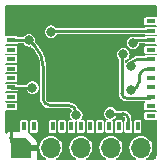
<source format=gbr>
%TF.GenerationSoftware,KiCad,Pcbnew,(6.0.5-0)*%
%TF.CreationDate,2022-06-27T15:27:31+01:00*%
%TF.ProjectId,Generic0,47656e65-7269-4633-902e-6b696361645f,1*%
%TF.SameCoordinates,Original*%
%TF.FileFunction,Copper,L1,Top*%
%TF.FilePolarity,Positive*%
%FSLAX46Y46*%
G04 Gerber Fmt 4.6, Leading zero omitted, Abs format (unit mm)*
G04 Created by KiCad (PCBNEW (6.0.5-0)) date 2022-06-27 15:27:31*
%MOMM*%
%LPD*%
G01*
G04 APERTURE LIST*
G04 Aperture macros list*
%AMOutline5P*
0 Free polygon, 5 corners , with rotation*
0 The origin of the aperture is its center*
0 number of corners: always 5*
0 $1 to $10 corner X, Y*
0 $11 Rotation angle, in degrees counterclockwise*
0 create outline with 5 corners*
4,1,5,$1,$2,$3,$4,$5,$6,$7,$8,$9,$10,$1,$2,$11*%
%AMOutline6P*
0 Free polygon, 6 corners , with rotation*
0 The origin of the aperture is its center*
0 number of corners: always 6*
0 $1 to $12 corner X, Y*
0 $13 Rotation angle, in degrees counterclockwise*
0 create outline with 6 corners*
4,1,6,$1,$2,$3,$4,$5,$6,$7,$8,$9,$10,$11,$12,$1,$2,$13*%
%AMOutline7P*
0 Free polygon, 7 corners , with rotation*
0 The origin of the aperture is its center*
0 number of corners: always 7*
0 $1 to $14 corner X, Y*
0 $15 Rotation angle, in degrees counterclockwise*
0 create outline with 7 corners*
4,1,7,$1,$2,$3,$4,$5,$6,$7,$8,$9,$10,$11,$12,$13,$14,$1,$2,$15*%
%AMOutline8P*
0 Free polygon, 8 corners , with rotation*
0 The origin of the aperture is its center*
0 number of corners: always 8*
0 $1 to $16 corner X, Y*
0 $17 Rotation angle, in degrees counterclockwise*
0 create outline with 8 corners*
4,1,8,$1,$2,$3,$4,$5,$6,$7,$8,$9,$10,$11,$12,$13,$14,$15,$16,$1,$2,$17*%
G04 Aperture macros list end*
%TA.AperFunction,SMDPad,CuDef*%
%ADD10R,0.800000X0.400000*%
%TD*%
%TA.AperFunction,SMDPad,CuDef*%
%ADD11R,0.400000X0.800000*%
%TD*%
%TA.AperFunction,SMDPad,CuDef*%
%ADD12R,1.450000X1.450000*%
%TD*%
%TA.AperFunction,SMDPad,CuDef*%
%ADD13Outline5P,-0.725000X0.130500X-0.130500X0.725000X0.725000X0.725000X0.725000X-0.725000X-0.725000X-0.725000X0.000000*%
%TD*%
%TA.AperFunction,SMDPad,CuDef*%
%ADD14R,0.700000X0.700000*%
%TD*%
%TA.AperFunction,ComponentPad*%
%ADD15Outline5P,-0.850000X0.850000X0.850000X0.850000X0.850000X-0.850000X-0.340000X-0.850000X-0.850000X-0.340000X180.000000*%
%TD*%
%TA.AperFunction,ComponentPad*%
%ADD16O,1.700000X1.700000*%
%TD*%
%TA.AperFunction,ViaPad*%
%ADD17C,0.800000*%
%TD*%
%TA.AperFunction,Conductor*%
%ADD18C,0.250000*%
%TD*%
G04 APERTURE END LIST*
D10*
%TO.P,U1,1,GND*%
%TO.N,GND*%
X94100000Y-40193250D03*
%TO.P,U1,2,GND*%
X94100000Y-40993250D03*
%TO.P,U1,3,3V3*%
%TO.N,+3V3*%
X94100000Y-41793250D03*
%TO.P,U1,4,I36*%
%TO.N,unconnected-(U1-Pad4)*%
X94100000Y-42593250D03*
%TO.P,U1,5,I37*%
%TO.N,unconnected-(U1-Pad5)*%
X94100000Y-43393250D03*
%TO.P,U1,6,I38*%
%TO.N,unconnected-(U1-Pad6)*%
X94100000Y-44193250D03*
%TO.P,U1,7,I39*%
%TO.N,unconnected-(U1-Pad7)*%
X94100000Y-44993250D03*
%TO.P,U1,8,EN*%
%TO.N,EN*%
X94100000Y-45793250D03*
%TO.P,U1,9,I34*%
%TO.N,unconnected-(U1-Pad9)*%
X94100000Y-46593250D03*
%TO.P,U1,10,I35*%
%TO.N,unconnected-(U1-Pad10)*%
X94100000Y-47393250D03*
%TO.P,U1,11,GND*%
%TO.N,GND*%
X94100000Y-48193250D03*
D11*
%TO.P,U1,12,IO32*%
%TO.N,unconnected-(U1-Pad12)*%
X95200000Y-49093250D03*
%TO.P,U1,13,IO33*%
%TO.N,unconnected-(U1-Pad13)*%
X96000000Y-49093250D03*
%TO.P,U1,14,GND*%
%TO.N,GND*%
X96800000Y-49093250D03*
%TO.P,U1,15,IO25*%
%TO.N,unconnected-(U1-Pad15)*%
X97600000Y-49093250D03*
%TO.P,U1,16,IO26*%
%TO.N,unconnected-(U1-Pad16)*%
X98400000Y-49093250D03*
%TO.P,U1,17,IO27*%
%TO.N,unconnected-(U1-Pad17)*%
X99200000Y-49093250D03*
%TO.P,U1,18,IO14*%
%TO.N,unconnected-(U1-Pad18)*%
X100000000Y-49093250D03*
%TO.P,U1,19,IO12*%
%TO.N,unconnected-(U1-Pad19)*%
X100800000Y-49093250D03*
%TO.P,U1,20,IO13*%
%TO.N,unconnected-(U1-Pad20)*%
X101600000Y-49093250D03*
%TO.P,U1,21,IO15*%
%TO.N,unconnected-(U1-Pad21)*%
X102400000Y-49093250D03*
%TO.P,U1,22,IO2*%
%TO.N,unconnected-(U1-Pad22)*%
X103200000Y-49093250D03*
%TO.P,U1,23,IO0*%
%TO.N,GPIO0*%
X104000000Y-49093250D03*
%TO.P,U1,24,IO4*%
%TO.N,unconnected-(U1-Pad24)*%
X104800000Y-49093250D03*
D10*
%TO.P,U1,25,NC*%
%TO.N,unconnected-(U1-Pad25)*%
X105900000Y-48193250D03*
%TO.P,U1,26,IO20*%
%TO.N,unconnected-(U1-Pad26)*%
X105900000Y-47393250D03*
%TO.P,U1,27,IO7*%
%TO.N,B*%
X105900000Y-46593250D03*
%TO.P,U1,28,IO8*%
%TO.N,unconnected-(U1-Pad28)*%
X105900000Y-45793250D03*
%TO.P,U1,29,IO5*%
%TO.N,unconnected-(U1-Pad29)*%
X105900000Y-44993250D03*
%TO.P,U1,30,RXD0*%
%TO.N,RX*%
X105900000Y-44193250D03*
%TO.P,U1,31,TXD0*%
%TO.N,TX*%
X105900000Y-43393250D03*
%TO.P,U1,32,NC*%
%TO.N,unconnected-(U1-Pad32)*%
X105900000Y-42593250D03*
%TO.P,U1,33,IO19*%
%TO.N,G*%
X105900000Y-41793250D03*
%TO.P,U1,34,IO22*%
%TO.N,R*%
X105900000Y-40993250D03*
%TO.P,U1,35,IO21*%
%TO.N,unconnected-(U1-Pad35)*%
X105900000Y-40193250D03*
D11*
%TO.P,U1,36,GND*%
%TO.N,GND*%
X104800000Y-39293250D03*
%TO.P,U1,37,GND*%
X104000000Y-39293250D03*
%TO.P,U1,38,GND*%
X103200000Y-39293250D03*
%TO.P,U1,39,GND*%
X102400000Y-39293250D03*
%TO.P,U1,40,GND*%
X101600000Y-39293250D03*
%TO.P,U1,41,GND*%
X100800000Y-39293250D03*
%TO.P,U1,42,GND*%
X100000000Y-39293250D03*
%TO.P,U1,43,GND*%
X99200000Y-39293250D03*
%TO.P,U1,44,GND*%
X98400000Y-39293250D03*
%TO.P,U1,45,GND*%
X97600000Y-39293250D03*
%TO.P,U1,46,GND*%
X96800000Y-39293250D03*
%TO.P,U1,47,GND*%
X96000000Y-39293250D03*
%TO.P,U1,48,GND*%
X95200000Y-39293250D03*
D12*
%TO.P,U1,49,GND*%
X101975000Y-42218250D03*
X100000000Y-44193250D03*
X100000000Y-46168250D03*
D13*
X98025000Y-42218250D03*
D12*
X101975000Y-44193250D03*
X101975000Y-46168250D03*
X98025000Y-46168250D03*
X98025000Y-44193250D03*
X100000000Y-42218250D03*
D14*
%TO.P,U1,50,GND*%
X105950000Y-39243250D03*
%TO.P,U1,51,GND*%
X105950000Y-49143250D03*
%TO.P,U1,52,GND*%
X94050000Y-49143250D03*
%TO.P,U1,53,GND*%
X94050000Y-39243250D03*
%TD*%
D15*
%TO.P,J1,1,GND*%
%TO.N,GND*%
X94920000Y-50900000D03*
D16*
%TO.P,J1,2,0*%
%TO.N,GPIO0*%
X97460000Y-50900000D03*
%TO.P,J1,3,3V3*%
%TO.N,+3V3*%
X100000000Y-50900000D03*
%TO.P,J1,4,Rx*%
%TO.N,RX*%
X102540000Y-50900000D03*
%TO.P,J1,5,Tx*%
%TO.N,TX*%
X105080000Y-50900000D03*
%TD*%
D17*
%TO.N,GND*%
X95400000Y-47400000D03*
X94800000Y-40000000D03*
X95600000Y-43200000D03*
%TO.N,TX*%
X104250000Y-44000000D03*
%TO.N,RX*%
X104200000Y-46000000D03*
%TO.N,EN*%
X95900000Y-45800000D03*
%TO.N,GPIO0*%
X102500000Y-48000000D03*
%TO.N,R*%
X97469964Y-41069964D03*
%TO.N,G*%
X104402456Y-42024020D03*
%TO.N,B*%
X103600000Y-43000000D03*
%TO.N,+3V3*%
X95600000Y-41800000D03*
X99620136Y-48121366D03*
%TD*%
D18*
%TO.N,GND*%
X105250489Y-48500489D02*
X104426777Y-47676777D01*
X102816548Y-47009798D02*
X101975000Y-46168250D01*
X94050000Y-49143250D02*
X94050000Y-50030000D01*
X105250489Y-48500489D02*
X105250489Y-48950489D01*
X105525000Y-49225000D02*
X105868250Y-49225000D01*
X104000000Y-47500014D02*
G75*
G02*
X104426777Y-47676777I0J-603586D01*
G01*
X94920000Y-50900000D02*
G75*
G02*
X94050000Y-50030000I0J870000D01*
G01*
X102816559Y-47009787D02*
G75*
G03*
X104000000Y-47500000I1183441J1183387D01*
G01*
X105950000Y-49143250D02*
G75*
G02*
X105868250Y-49225000I-81700J-50D01*
G01*
X105525000Y-49225011D02*
G75*
G02*
X105250489Y-48950489I0J274511D01*
G01*
%TO.N,TX*%
X105900000Y-43393250D02*
X104856750Y-43393250D01*
X104250050Y-44000000D02*
G75*
G02*
X104856750Y-43393250I606750J0D01*
G01*
%TO.N,RX*%
X104200000Y-46000000D02*
X104224600Y-46000000D01*
X104924501Y-45024501D02*
X104924501Y-45300099D01*
X105900000Y-44193250D02*
X105755752Y-44193250D01*
X104924500Y-45300099D02*
G75*
G02*
X104224600Y-46000000I-699900J-1D01*
G01*
X104924550Y-45024501D02*
G75*
G02*
X105755752Y-44193250I831250J1D01*
G01*
%TO.N,EN*%
X95900000Y-45800000D02*
X94106750Y-45800000D01*
X94100000Y-45793250D02*
G75*
G03*
X94106750Y-45800000I6700J-50D01*
G01*
%TO.N,GPIO0*%
X104000000Y-48443250D02*
X104000000Y-49093250D01*
X103556750Y-48000000D02*
X102500000Y-48000000D01*
X104000000Y-48443250D02*
G75*
G03*
X103556750Y-48000000I-443300J-50D01*
G01*
%TO.N,R*%
X97469964Y-41069964D02*
X97546678Y-40993250D01*
X97546678Y-40993250D02*
X105900000Y-40993250D01*
%TO.N,G*%
X105900000Y-41793250D02*
X104633226Y-41793250D01*
X104633226Y-41793250D02*
X104402456Y-42024020D01*
%TO.N,B*%
X103463200Y-43136800D02*
X103600000Y-43000000D01*
X105900000Y-46593250D02*
X105768749Y-46724501D01*
X105768749Y-46724501D02*
X103899901Y-46724501D01*
X103463200Y-46287800D02*
X103463200Y-43136800D01*
X103463199Y-46287800D02*
G75*
G03*
X103899901Y-46724501I436701J0D01*
G01*
%TO.N,+3V3*%
X96800000Y-44000000D02*
X96800000Y-46750000D01*
X95600000Y-41800000D02*
X94106750Y-41800000D01*
X99620136Y-48121366D02*
X99620136Y-47970136D01*
X98950000Y-47300000D02*
X97350000Y-47300000D01*
X96092893Y-42292893D02*
X95600000Y-41800000D01*
X94106750Y-41800000D02*
X94100000Y-41793250D01*
X98950000Y-47299964D02*
G75*
G02*
X99620136Y-47970136I0J-670136D01*
G01*
X96800000Y-46750000D02*
G75*
G03*
X97350000Y-47300000I550000J0D01*
G01*
X96092890Y-42292896D02*
G75*
G02*
X96800000Y-44000000I-1707090J-1707104D01*
G01*
%TD*%
%TA.AperFunction,Conductor*%
%TO.N,GND*%
G36*
X106381487Y-38818513D02*
G01*
X106399500Y-38862000D01*
X106399500Y-39810145D01*
X106381487Y-39853632D01*
X106338000Y-39871645D01*
X106326003Y-39870463D01*
X106312363Y-39867750D01*
X106309338Y-39867750D01*
X105899591Y-39867751D01*
X105487638Y-39867751D01*
X105451032Y-39875031D01*
X105409519Y-39902769D01*
X105381781Y-39944282D01*
X105374500Y-39980887D01*
X105374501Y-40405612D01*
X105381781Y-40442218D01*
X105409519Y-40483731D01*
X105451032Y-40511469D01*
X105487637Y-40518750D01*
X105490662Y-40518750D01*
X105900409Y-40518749D01*
X106312362Y-40518749D01*
X106326004Y-40516036D01*
X106372170Y-40525221D01*
X106398319Y-40564359D01*
X106399500Y-40576355D01*
X106399500Y-40610145D01*
X106381487Y-40653632D01*
X106338000Y-40671645D01*
X106326003Y-40670463D01*
X106312363Y-40667750D01*
X106309338Y-40667750D01*
X105899591Y-40667751D01*
X105487638Y-40667751D01*
X105451032Y-40675031D01*
X105409519Y-40702769D01*
X105406154Y-40707805D01*
X105401068Y-40715417D01*
X105361930Y-40741568D01*
X105349932Y-40742750D01*
X97911590Y-40742750D01*
X97868103Y-40724737D01*
X97862803Y-40718694D01*
X97844755Y-40695173D01*
X97734982Y-40610940D01*
X97731262Y-40609399D01*
X97731260Y-40609398D01*
X97610872Y-40559533D01*
X97610873Y-40559533D01*
X97607147Y-40557990D01*
X97469964Y-40539929D01*
X97332781Y-40557990D01*
X97329056Y-40559533D01*
X97208669Y-40609398D01*
X97208667Y-40609399D01*
X97204947Y-40610940D01*
X97201749Y-40613394D01*
X97122962Y-40673850D01*
X97095173Y-40695173D01*
X97010940Y-40804947D01*
X96957990Y-40932781D01*
X96939929Y-41069964D01*
X96957990Y-41207147D01*
X96959533Y-41210872D01*
X97004217Y-41318749D01*
X97010940Y-41334981D01*
X97095173Y-41444755D01*
X97204946Y-41528988D01*
X97208666Y-41530529D01*
X97208668Y-41530530D01*
X97253197Y-41548974D01*
X97332781Y-41581938D01*
X97469964Y-41599999D01*
X97607147Y-41581938D01*
X97686731Y-41548974D01*
X97731260Y-41530530D01*
X97731262Y-41530529D01*
X97734982Y-41528988D01*
X97844755Y-41444755D01*
X97928988Y-41334981D01*
X97935712Y-41318749D01*
X97951051Y-41281715D01*
X97984335Y-41248432D01*
X98007870Y-41243750D01*
X105349932Y-41243750D01*
X105393419Y-41261763D01*
X105401068Y-41271083D01*
X105409519Y-41283731D01*
X105451032Y-41311469D01*
X105487637Y-41318750D01*
X105490662Y-41318750D01*
X105900409Y-41318749D01*
X106312362Y-41318749D01*
X106326004Y-41316036D01*
X106372170Y-41325221D01*
X106398319Y-41364359D01*
X106399500Y-41376355D01*
X106399500Y-41410145D01*
X106381487Y-41453632D01*
X106338000Y-41471645D01*
X106326003Y-41470463D01*
X106312363Y-41467750D01*
X106309338Y-41467750D01*
X105899591Y-41467751D01*
X105487638Y-41467751D01*
X105451032Y-41475031D01*
X105409519Y-41502769D01*
X105406154Y-41507805D01*
X105401068Y-41515417D01*
X105361930Y-41541568D01*
X105349932Y-41542750D01*
X104663956Y-41542750D01*
X104651958Y-41541568D01*
X104639168Y-41539024D01*
X104633226Y-41537842D01*
X104627283Y-41539024D01*
X104621228Y-41539024D01*
X104621228Y-41537507D01*
X104594842Y-41534911D01*
X104539639Y-41512046D01*
X104535648Y-41511521D01*
X104535646Y-41511520D01*
X104406451Y-41494511D01*
X104402456Y-41493985D01*
X104265273Y-41512046D01*
X104240838Y-41522167D01*
X104141161Y-41563454D01*
X104141159Y-41563455D01*
X104137439Y-41564996D01*
X104027665Y-41649229D01*
X104025211Y-41652427D01*
X104014171Y-41666814D01*
X103943432Y-41759003D01*
X103941891Y-41762723D01*
X103941890Y-41762725D01*
X103924796Y-41803995D01*
X103890482Y-41886837D01*
X103872421Y-42024020D01*
X103890482Y-42161203D01*
X103892024Y-42164926D01*
X103892025Y-42164928D01*
X103937631Y-42275031D01*
X103943432Y-42289037D01*
X103945886Y-42292235D01*
X104016233Y-42383912D01*
X104027665Y-42398811D01*
X104137438Y-42483044D01*
X104141158Y-42484585D01*
X104141160Y-42484586D01*
X104237033Y-42524297D01*
X104265273Y-42535994D01*
X104402456Y-42554055D01*
X104539639Y-42535994D01*
X104567879Y-42524297D01*
X104663752Y-42484586D01*
X104663754Y-42484585D01*
X104667474Y-42483044D01*
X104777247Y-42398811D01*
X104788680Y-42383912D01*
X104859026Y-42292235D01*
X104861480Y-42289037D01*
X104867282Y-42275031D01*
X104912888Y-42164926D01*
X104912888Y-42164925D01*
X104914430Y-42161203D01*
X104922853Y-42097223D01*
X104946388Y-42056459D01*
X104983827Y-42043750D01*
X105349932Y-42043750D01*
X105393419Y-42061763D01*
X105401068Y-42071083D01*
X105409519Y-42083731D01*
X105451032Y-42111469D01*
X105487637Y-42118750D01*
X105490662Y-42118750D01*
X105900409Y-42118749D01*
X106312362Y-42118749D01*
X106326004Y-42116036D01*
X106372170Y-42125221D01*
X106398319Y-42164359D01*
X106399500Y-42176355D01*
X106399500Y-42210145D01*
X106381487Y-42253632D01*
X106338000Y-42271645D01*
X106326003Y-42270463D01*
X106312363Y-42267750D01*
X106309338Y-42267750D01*
X105899591Y-42267751D01*
X105487638Y-42267751D01*
X105451032Y-42275031D01*
X105409519Y-42302769D01*
X105406152Y-42307808D01*
X105391301Y-42330035D01*
X105381781Y-42344282D01*
X105374500Y-42380887D01*
X105374501Y-42805612D01*
X105381781Y-42842218D01*
X105385147Y-42847255D01*
X105385147Y-42847256D01*
X105388223Y-42851859D01*
X105409519Y-42883731D01*
X105451032Y-42911469D01*
X105487637Y-42918750D01*
X105490662Y-42918750D01*
X105900409Y-42918749D01*
X106312362Y-42918749D01*
X106326004Y-42916036D01*
X106372170Y-42925221D01*
X106398319Y-42964359D01*
X106399500Y-42976355D01*
X106399500Y-43010145D01*
X106381487Y-43053632D01*
X106338000Y-43071645D01*
X106326003Y-43070463D01*
X106312363Y-43067750D01*
X106309338Y-43067750D01*
X105899591Y-43067751D01*
X105487638Y-43067751D01*
X105451032Y-43075031D01*
X105409519Y-43102769D01*
X105406154Y-43107805D01*
X105401068Y-43115417D01*
X105361930Y-43141568D01*
X105349932Y-43142750D01*
X104887466Y-43142750D01*
X104875475Y-43141569D01*
X104856729Y-43137842D01*
X104850785Y-43139025D01*
X104850332Y-43139025D01*
X104846158Y-43139644D01*
X104688689Y-43155166D01*
X104527108Y-43204192D01*
X104524450Y-43205613D01*
X104524445Y-43205615D01*
X104420290Y-43261295D01*
X104378196Y-43283798D01*
X104375858Y-43285717D01*
X104271229Y-43371593D01*
X104247675Y-43390925D01*
X104190094Y-43461093D01*
X104150580Y-43483054D01*
X104136460Y-43484913D01*
X104112817Y-43488026D01*
X104109092Y-43489569D01*
X103988705Y-43539434D01*
X103988703Y-43539435D01*
X103984983Y-43540976D01*
X103875209Y-43625209D01*
X103872755Y-43628407D01*
X103823991Y-43691957D01*
X103783227Y-43715492D01*
X103737761Y-43703309D01*
X103714226Y-43662545D01*
X103713700Y-43654518D01*
X103713700Y-43562794D01*
X103731713Y-43519307D01*
X103751666Y-43505975D01*
X103861293Y-43460567D01*
X103861294Y-43460567D01*
X103865018Y-43459024D01*
X103933975Y-43406111D01*
X103971593Y-43377245D01*
X103974791Y-43374791D01*
X104059024Y-43265017D01*
X104092621Y-43183907D01*
X104106573Y-43150222D01*
X104111974Y-43137183D01*
X104130035Y-43000000D01*
X104111974Y-42862817D01*
X104059024Y-42734983D01*
X103974791Y-42625209D01*
X103865018Y-42540976D01*
X103861298Y-42539435D01*
X103861296Y-42539434D01*
X103740908Y-42489569D01*
X103740909Y-42489569D01*
X103737183Y-42488026D01*
X103600000Y-42469965D01*
X103462817Y-42488026D01*
X103459092Y-42489569D01*
X103338705Y-42539434D01*
X103338703Y-42539435D01*
X103334983Y-42540976D01*
X103225209Y-42625209D01*
X103140976Y-42734983D01*
X103088026Y-42862817D01*
X103069965Y-43000000D01*
X103088026Y-43137183D01*
X103093427Y-43150222D01*
X103107380Y-43183907D01*
X103140976Y-43265017D01*
X103143430Y-43268215D01*
X103199991Y-43341926D01*
X103212700Y-43379365D01*
X103212700Y-46257070D01*
X103211518Y-46269068D01*
X103207792Y-46287800D01*
X103208973Y-46293738D01*
X103208973Y-46293741D01*
X103210336Y-46300594D01*
X103211221Y-46306561D01*
X103222346Y-46419515D01*
X103222347Y-46419520D01*
X103222642Y-46422515D01*
X103261937Y-46552053D01*
X103325749Y-46671436D01*
X103411625Y-46776076D01*
X103413962Y-46777994D01*
X103451234Y-46808582D01*
X103516265Y-46861952D01*
X103635648Y-46925763D01*
X103765186Y-46965058D01*
X103768181Y-46965353D01*
X103768186Y-46965354D01*
X103881131Y-46976478D01*
X103887098Y-46977363D01*
X103893961Y-46978728D01*
X103893964Y-46978728D01*
X103899902Y-46979909D01*
X103918633Y-46976183D01*
X103930632Y-46975001D01*
X105398000Y-46975001D01*
X105441487Y-46993014D01*
X105459500Y-47036501D01*
X105441487Y-47079988D01*
X105432171Y-47087633D01*
X105409519Y-47102769D01*
X105381781Y-47144282D01*
X105374500Y-47180887D01*
X105374501Y-47605612D01*
X105381781Y-47642218D01*
X105409519Y-47683731D01*
X105414558Y-47687098D01*
X105438597Y-47703160D01*
X105451032Y-47711469D01*
X105487637Y-47718750D01*
X105490662Y-47718750D01*
X105900409Y-47718749D01*
X106312362Y-47718749D01*
X106326004Y-47716036D01*
X106372170Y-47725221D01*
X106398319Y-47764359D01*
X106399500Y-47776355D01*
X106399500Y-47810145D01*
X106381487Y-47853632D01*
X106338000Y-47871645D01*
X106326003Y-47870463D01*
X106312363Y-47867750D01*
X106309338Y-47867750D01*
X105899591Y-47867751D01*
X105487638Y-47867751D01*
X105451032Y-47875031D01*
X105409519Y-47902769D01*
X105381781Y-47944282D01*
X105374500Y-47980887D01*
X105374501Y-48405612D01*
X105381781Y-48442218D01*
X105385147Y-48447255D01*
X105385147Y-48447256D01*
X105403016Y-48473999D01*
X105409519Y-48483731D01*
X105451032Y-48511469D01*
X105487637Y-48518750D01*
X105490662Y-48518750D01*
X105900409Y-48518749D01*
X106312362Y-48518749D01*
X106326004Y-48516036D01*
X106372170Y-48525221D01*
X106398319Y-48564359D01*
X106399500Y-48576355D01*
X106399500Y-51570238D01*
X106397936Y-51584020D01*
X106394344Y-51599641D01*
X106395872Y-51606395D01*
X106395860Y-51613321D01*
X106395184Y-51613320D01*
X106395562Y-51624861D01*
X106386365Y-51682931D01*
X106380420Y-51701228D01*
X106351097Y-51758779D01*
X106346723Y-51767363D01*
X106335413Y-51782930D01*
X106282930Y-51835413D01*
X106267363Y-51846723D01*
X106201228Y-51880420D01*
X106182935Y-51886364D01*
X106125266Y-51895498D01*
X106114032Y-51895110D01*
X106114031Y-51895908D01*
X106107108Y-51895896D01*
X106100359Y-51894344D01*
X106093606Y-51895872D01*
X106093601Y-51895872D01*
X106084273Y-51897983D01*
X106070700Y-51899500D01*
X105523127Y-51899500D01*
X105479640Y-51881487D01*
X105461627Y-51838000D01*
X105479640Y-51794513D01*
X105495398Y-51783106D01*
X105605228Y-51727627D01*
X105639014Y-51701231D01*
X105753605Y-51611703D01*
X105753606Y-51611702D01*
X105755979Y-51609848D01*
X105764790Y-51599641D01*
X105879015Y-51467309D01*
X105879016Y-51467308D01*
X105880982Y-51465030D01*
X105975476Y-51298691D01*
X106005668Y-51207929D01*
X106034911Y-51120023D01*
X106034912Y-51120019D01*
X106035861Y-51117166D01*
X106059838Y-50927369D01*
X106060220Y-50900000D01*
X106041552Y-50709608D01*
X105986259Y-50526467D01*
X105896446Y-50357555D01*
X105885319Y-50343911D01*
X105777437Y-50211635D01*
X105775535Y-50209303D01*
X105628132Y-50087361D01*
X105625488Y-50085932D01*
X105625486Y-50085930D01*
X105462495Y-49997800D01*
X105462490Y-49997798D01*
X105459851Y-49996371D01*
X105456985Y-49995484D01*
X105456983Y-49995483D01*
X105405550Y-49979562D01*
X105277101Y-49939801D01*
X105251803Y-49937142D01*
X105089830Y-49920118D01*
X105089831Y-49920118D01*
X105086843Y-49919804D01*
X105083854Y-49920076D01*
X105083853Y-49920076D01*
X104899322Y-49936869D01*
X104899319Y-49936869D01*
X104896325Y-49937142D01*
X104712803Y-49991156D01*
X104710133Y-49992552D01*
X104545935Y-50078392D01*
X104545930Y-50078396D01*
X104543268Y-50079787D01*
X104540924Y-50081672D01*
X104540922Y-50081673D01*
X104533848Y-50087361D01*
X104394176Y-50199660D01*
X104392246Y-50201960D01*
X104384128Y-50211635D01*
X104271207Y-50346208D01*
X104269762Y-50348837D01*
X104269761Y-50348838D01*
X104252291Y-50380617D01*
X104179045Y-50513850D01*
X104178137Y-50516713D01*
X104131411Y-50664013D01*
X104121200Y-50696201D01*
X104099876Y-50886314D01*
X104115884Y-51076948D01*
X104116711Y-51079833D01*
X104116712Y-51079837D01*
X104127416Y-51117166D01*
X104168614Y-51260843D01*
X104256060Y-51430993D01*
X104374889Y-51580918D01*
X104520575Y-51704907D01*
X104523201Y-51706375D01*
X104523203Y-51706376D01*
X104662659Y-51784315D01*
X104691832Y-51821255D01*
X104686341Y-51868003D01*
X104649401Y-51897176D01*
X104632656Y-51899500D01*
X102983127Y-51899500D01*
X102939640Y-51881487D01*
X102921627Y-51838000D01*
X102939640Y-51794513D01*
X102955398Y-51783106D01*
X103065228Y-51727627D01*
X103099014Y-51701231D01*
X103213605Y-51611703D01*
X103213606Y-51611702D01*
X103215979Y-51609848D01*
X103224790Y-51599641D01*
X103339015Y-51467309D01*
X103339016Y-51467308D01*
X103340982Y-51465030D01*
X103435476Y-51298691D01*
X103465668Y-51207929D01*
X103494911Y-51120023D01*
X103494912Y-51120019D01*
X103495861Y-51117166D01*
X103519838Y-50927369D01*
X103520220Y-50900000D01*
X103501552Y-50709608D01*
X103446259Y-50526467D01*
X103356446Y-50357555D01*
X103345319Y-50343911D01*
X103237437Y-50211635D01*
X103235535Y-50209303D01*
X103088132Y-50087361D01*
X103085488Y-50085932D01*
X103085486Y-50085930D01*
X102922495Y-49997800D01*
X102922490Y-49997798D01*
X102919851Y-49996371D01*
X102916985Y-49995484D01*
X102916983Y-49995483D01*
X102865550Y-49979562D01*
X102737101Y-49939801D01*
X102711803Y-49937142D01*
X102549830Y-49920118D01*
X102549831Y-49920118D01*
X102546843Y-49919804D01*
X102543854Y-49920076D01*
X102543853Y-49920076D01*
X102359322Y-49936869D01*
X102359319Y-49936869D01*
X102356325Y-49937142D01*
X102172803Y-49991156D01*
X102170133Y-49992552D01*
X102005935Y-50078392D01*
X102005930Y-50078396D01*
X102003268Y-50079787D01*
X102000924Y-50081672D01*
X102000922Y-50081673D01*
X101993848Y-50087361D01*
X101854176Y-50199660D01*
X101852246Y-50201960D01*
X101844128Y-50211635D01*
X101731207Y-50346208D01*
X101729762Y-50348837D01*
X101729761Y-50348838D01*
X101712291Y-50380617D01*
X101639045Y-50513850D01*
X101638137Y-50516713D01*
X101591411Y-50664013D01*
X101581200Y-50696201D01*
X101559876Y-50886314D01*
X101575884Y-51076948D01*
X101576711Y-51079833D01*
X101576712Y-51079837D01*
X101587416Y-51117166D01*
X101628614Y-51260843D01*
X101716060Y-51430993D01*
X101834889Y-51580918D01*
X101980575Y-51704907D01*
X101983201Y-51706375D01*
X101983203Y-51706376D01*
X102122659Y-51784315D01*
X102151832Y-51821255D01*
X102146341Y-51868003D01*
X102109401Y-51897176D01*
X102092656Y-51899500D01*
X100443127Y-51899500D01*
X100399640Y-51881487D01*
X100381627Y-51838000D01*
X100399640Y-51794513D01*
X100415398Y-51783106D01*
X100525228Y-51727627D01*
X100559014Y-51701231D01*
X100673605Y-51611703D01*
X100673606Y-51611702D01*
X100675979Y-51609848D01*
X100684790Y-51599641D01*
X100799015Y-51467309D01*
X100799016Y-51467308D01*
X100800982Y-51465030D01*
X100895476Y-51298691D01*
X100925668Y-51207929D01*
X100954911Y-51120023D01*
X100954912Y-51120019D01*
X100955861Y-51117166D01*
X100979838Y-50927369D01*
X100980220Y-50900000D01*
X100961552Y-50709608D01*
X100906259Y-50526467D01*
X100816446Y-50357555D01*
X100805319Y-50343911D01*
X100697437Y-50211635D01*
X100695535Y-50209303D01*
X100548132Y-50087361D01*
X100545488Y-50085932D01*
X100545486Y-50085930D01*
X100382495Y-49997800D01*
X100382490Y-49997798D01*
X100379851Y-49996371D01*
X100376985Y-49995484D01*
X100376983Y-49995483D01*
X100325550Y-49979562D01*
X100197101Y-49939801D01*
X100171803Y-49937142D01*
X100009830Y-49920118D01*
X100009831Y-49920118D01*
X100006843Y-49919804D01*
X100003854Y-49920076D01*
X100003853Y-49920076D01*
X99819322Y-49936869D01*
X99819319Y-49936869D01*
X99816325Y-49937142D01*
X99632803Y-49991156D01*
X99630133Y-49992552D01*
X99465935Y-50078392D01*
X99465930Y-50078396D01*
X99463268Y-50079787D01*
X99460924Y-50081672D01*
X99460922Y-50081673D01*
X99453848Y-50087361D01*
X99314176Y-50199660D01*
X99312246Y-50201960D01*
X99304128Y-50211635D01*
X99191207Y-50346208D01*
X99189762Y-50348837D01*
X99189761Y-50348838D01*
X99172291Y-50380617D01*
X99099045Y-50513850D01*
X99098137Y-50516713D01*
X99051411Y-50664013D01*
X99041200Y-50696201D01*
X99019876Y-50886314D01*
X99035884Y-51076948D01*
X99036711Y-51079833D01*
X99036712Y-51079837D01*
X99047416Y-51117166D01*
X99088614Y-51260843D01*
X99176060Y-51430993D01*
X99294889Y-51580918D01*
X99440575Y-51704907D01*
X99443201Y-51706375D01*
X99443203Y-51706376D01*
X99582659Y-51784315D01*
X99611832Y-51821255D01*
X99606341Y-51868003D01*
X99569401Y-51897176D01*
X99552656Y-51899500D01*
X97903127Y-51899500D01*
X97859640Y-51881487D01*
X97841627Y-51838000D01*
X97859640Y-51794513D01*
X97875398Y-51783106D01*
X97985228Y-51727627D01*
X98019014Y-51701231D01*
X98133605Y-51611703D01*
X98133606Y-51611702D01*
X98135979Y-51609848D01*
X98144790Y-51599641D01*
X98259015Y-51467309D01*
X98259016Y-51467308D01*
X98260982Y-51465030D01*
X98355476Y-51298691D01*
X98385668Y-51207929D01*
X98414911Y-51120023D01*
X98414912Y-51120019D01*
X98415861Y-51117166D01*
X98439838Y-50927369D01*
X98440220Y-50900000D01*
X98421552Y-50709608D01*
X98366259Y-50526467D01*
X98276446Y-50357555D01*
X98265319Y-50343911D01*
X98157437Y-50211635D01*
X98155535Y-50209303D01*
X98008132Y-50087361D01*
X98005488Y-50085932D01*
X98005486Y-50085930D01*
X97842495Y-49997800D01*
X97842490Y-49997798D01*
X97839851Y-49996371D01*
X97836985Y-49995484D01*
X97836983Y-49995483D01*
X97785550Y-49979562D01*
X97657101Y-49939801D01*
X97631803Y-49937142D01*
X97469830Y-49920118D01*
X97469831Y-49920118D01*
X97466843Y-49919804D01*
X97463854Y-49920076D01*
X97463853Y-49920076D01*
X97279322Y-49936869D01*
X97279319Y-49936869D01*
X97276325Y-49937142D01*
X97092803Y-49991156D01*
X97090133Y-49992552D01*
X96925935Y-50078392D01*
X96925930Y-50078396D01*
X96923268Y-50079787D01*
X96920924Y-50081672D01*
X96920922Y-50081673D01*
X96913848Y-50087361D01*
X96774176Y-50199660D01*
X96772246Y-50201960D01*
X96764128Y-50211635D01*
X96651207Y-50346208D01*
X96649762Y-50348837D01*
X96649761Y-50348838D01*
X96632291Y-50380617D01*
X96559045Y-50513850D01*
X96558137Y-50516713D01*
X96511411Y-50664013D01*
X96501200Y-50696201D01*
X96479876Y-50886314D01*
X96495884Y-51076948D01*
X96496711Y-51079833D01*
X96496712Y-51079837D01*
X96507416Y-51117166D01*
X96548614Y-51260843D01*
X96636060Y-51430993D01*
X96754889Y-51580918D01*
X96900575Y-51704907D01*
X96903201Y-51706375D01*
X96903203Y-51706376D01*
X97042659Y-51784315D01*
X97071832Y-51821255D01*
X97066341Y-51868003D01*
X97029401Y-51897176D01*
X97012656Y-51899500D01*
X96335526Y-51899500D01*
X96292039Y-51881487D01*
X96274026Y-51838000D01*
X96274386Y-51831358D01*
X96277820Y-51799749D01*
X96278000Y-51796422D01*
X96277999Y-51166234D01*
X96274416Y-51157583D01*
X96265765Y-51154000D01*
X94727500Y-51154000D01*
X94684013Y-51135987D01*
X94666000Y-51092500D01*
X94666000Y-50707500D01*
X94684013Y-50664013D01*
X94727500Y-50646000D01*
X96265765Y-50646000D01*
X96274416Y-50642417D01*
X96277999Y-50633766D01*
X96277999Y-50520291D01*
X96277755Y-50516429D01*
X96267618Y-50436454D01*
X96265519Y-50428560D01*
X96212874Y-50301775D01*
X96208774Y-50294730D01*
X96159836Y-50231753D01*
X96157302Y-50228882D01*
X95591137Y-49662717D01*
X95588228Y-49660153D01*
X95534399Y-49618436D01*
X95511060Y-49577559D01*
X95515192Y-49546749D01*
X95518219Y-49542218D01*
X95525500Y-49505613D01*
X95525499Y-48680888D01*
X95525499Y-48680887D01*
X95674500Y-48680887D01*
X95674501Y-49505612D01*
X95681781Y-49542218D01*
X95685147Y-49547255D01*
X95685147Y-49547256D01*
X95705395Y-49577559D01*
X95709519Y-49583731D01*
X95751032Y-49611469D01*
X95787637Y-49618750D01*
X95790662Y-49618750D01*
X96000210Y-49618749D01*
X96212362Y-49618749D01*
X96248968Y-49611469D01*
X96290481Y-49583731D01*
X96294605Y-49577559D01*
X96314853Y-49547256D01*
X96314853Y-49547255D01*
X96318219Y-49542218D01*
X96325500Y-49505613D01*
X96325499Y-48680888D01*
X96325499Y-48680887D01*
X97274500Y-48680887D01*
X97274501Y-49505612D01*
X97281781Y-49542218D01*
X97285147Y-49547255D01*
X97285147Y-49547256D01*
X97305395Y-49577559D01*
X97309519Y-49583731D01*
X97351032Y-49611469D01*
X97387637Y-49618750D01*
X97390662Y-49618750D01*
X97600210Y-49618749D01*
X97812362Y-49618749D01*
X97848968Y-49611469D01*
X97890481Y-49583731D01*
X97894605Y-49577559D01*
X97914853Y-49547256D01*
X97914853Y-49547255D01*
X97918219Y-49542218D01*
X97925500Y-49505613D01*
X97925499Y-48680888D01*
X97925499Y-48680887D01*
X98074500Y-48680887D01*
X98074501Y-49505612D01*
X98081781Y-49542218D01*
X98085147Y-49547255D01*
X98085147Y-49547256D01*
X98105395Y-49577559D01*
X98109519Y-49583731D01*
X98151032Y-49611469D01*
X98187637Y-49618750D01*
X98190662Y-49618750D01*
X98400210Y-49618749D01*
X98612362Y-49618749D01*
X98648968Y-49611469D01*
X98690481Y-49583731D01*
X98694605Y-49577559D01*
X98714853Y-49547256D01*
X98714853Y-49547255D01*
X98718219Y-49542218D01*
X98725500Y-49505613D01*
X98725499Y-48680888D01*
X98718219Y-48644282D01*
X98690481Y-48602769D01*
X98648968Y-48575031D01*
X98612363Y-48567750D01*
X98609338Y-48567750D01*
X98399790Y-48567751D01*
X98187638Y-48567751D01*
X98151032Y-48575031D01*
X98109519Y-48602769D01*
X98081781Y-48644282D01*
X98074500Y-48680887D01*
X97925499Y-48680887D01*
X97918219Y-48644282D01*
X97890481Y-48602769D01*
X97848968Y-48575031D01*
X97812363Y-48567750D01*
X97809338Y-48567750D01*
X97599790Y-48567751D01*
X97387638Y-48567751D01*
X97351032Y-48575031D01*
X97309519Y-48602769D01*
X97281781Y-48644282D01*
X97274500Y-48680887D01*
X96325499Y-48680887D01*
X96318219Y-48644282D01*
X96290481Y-48602769D01*
X96248968Y-48575031D01*
X96212363Y-48567750D01*
X96209338Y-48567750D01*
X95999790Y-48567751D01*
X95787638Y-48567751D01*
X95751032Y-48575031D01*
X95709519Y-48602769D01*
X95681781Y-48644282D01*
X95674500Y-48680887D01*
X95525499Y-48680887D01*
X95518219Y-48644282D01*
X95490481Y-48602769D01*
X95448968Y-48575031D01*
X95412363Y-48567750D01*
X95409338Y-48567750D01*
X95199790Y-48567751D01*
X94987638Y-48567751D01*
X94951032Y-48575031D01*
X94909519Y-48602769D01*
X94881781Y-48644282D01*
X94874500Y-48680887D01*
X94874500Y-48683912D01*
X94874501Y-49480500D01*
X94856488Y-49523987D01*
X94813001Y-49542000D01*
X94023581Y-49542001D01*
X94020249Y-49542182D01*
X93963629Y-49548331D01*
X93956179Y-49550103D01*
X93827646Y-49598288D01*
X93820029Y-49602458D01*
X93710600Y-49684470D01*
X93705487Y-49689583D01*
X93662000Y-49707596D01*
X93618513Y-49689583D01*
X93600500Y-49646096D01*
X93600500Y-47776355D01*
X93618513Y-47732868D01*
X93662000Y-47714855D01*
X93673997Y-47716037D01*
X93687637Y-47718750D01*
X93690662Y-47718750D01*
X94100409Y-47718749D01*
X94512362Y-47718749D01*
X94548968Y-47711469D01*
X94561404Y-47703160D01*
X94585442Y-47687098D01*
X94590481Y-47683731D01*
X94618219Y-47642218D01*
X94625500Y-47605613D01*
X94625499Y-47180888D01*
X94618219Y-47144282D01*
X94590481Y-47102769D01*
X94548968Y-47075031D01*
X94512363Y-47067750D01*
X94509338Y-47067750D01*
X94099591Y-47067751D01*
X93687638Y-47067751D01*
X93673996Y-47070464D01*
X93627830Y-47061279D01*
X93601681Y-47022141D01*
X93600500Y-47010145D01*
X93600500Y-46976355D01*
X93618513Y-46932868D01*
X93662000Y-46914855D01*
X93673997Y-46916037D01*
X93687637Y-46918750D01*
X93690662Y-46918750D01*
X94100409Y-46918749D01*
X94512362Y-46918749D01*
X94548968Y-46911469D01*
X94590481Y-46883731D01*
X94618219Y-46842218D01*
X94625500Y-46805613D01*
X94625499Y-46380888D01*
X94618219Y-46344282D01*
X94608700Y-46330035D01*
X94593848Y-46307808D01*
X94590481Y-46302769D01*
X94548968Y-46275031D01*
X94512363Y-46267750D01*
X94509338Y-46267750D01*
X94099591Y-46267751D01*
X93687638Y-46267751D01*
X93673996Y-46270464D01*
X93627830Y-46261279D01*
X93601681Y-46222141D01*
X93600500Y-46210145D01*
X93600500Y-46176355D01*
X93618513Y-46132868D01*
X93662000Y-46114855D01*
X93673997Y-46116037D01*
X93687637Y-46118750D01*
X93690662Y-46118750D01*
X94100409Y-46118749D01*
X94512362Y-46118749D01*
X94548968Y-46111469D01*
X94590481Y-46083731D01*
X94593846Y-46078695D01*
X94593848Y-46078693D01*
X94594423Y-46077832D01*
X94595284Y-46077257D01*
X94598131Y-46074410D01*
X94598697Y-46074976D01*
X94633561Y-46051682D01*
X94645558Y-46050500D01*
X95399508Y-46050500D01*
X95442995Y-46068513D01*
X95448299Y-46074561D01*
X95481754Y-46118160D01*
X95525209Y-46174791D01*
X95634982Y-46259024D01*
X95638702Y-46260565D01*
X95638704Y-46260566D01*
X95718798Y-46293741D01*
X95762817Y-46311974D01*
X95900000Y-46330035D01*
X96037183Y-46311974D01*
X96081202Y-46293741D01*
X96161296Y-46260566D01*
X96161298Y-46260565D01*
X96165018Y-46259024D01*
X96274791Y-46174791D01*
X96359024Y-46065017D01*
X96364548Y-46051682D01*
X96410431Y-45940908D01*
X96411974Y-45937183D01*
X96427026Y-45822855D01*
X96439184Y-45801798D01*
X96427026Y-45777145D01*
X96412500Y-45666814D01*
X96411974Y-45662817D01*
X96362523Y-45543430D01*
X96360566Y-45538705D01*
X96360565Y-45538703D01*
X96359024Y-45534983D01*
X96274791Y-45425209D01*
X96255160Y-45410145D01*
X96168216Y-45343430D01*
X96165018Y-45340976D01*
X96161298Y-45339435D01*
X96161296Y-45339434D01*
X96040908Y-45289569D01*
X96040909Y-45289569D01*
X96037183Y-45288026D01*
X95900000Y-45269965D01*
X95762817Y-45288026D01*
X95759092Y-45289569D01*
X95638705Y-45339434D01*
X95638703Y-45339435D01*
X95634983Y-45340976D01*
X95525209Y-45425209D01*
X95522755Y-45428407D01*
X95448299Y-45525439D01*
X95407535Y-45548974D01*
X95399508Y-45549500D01*
X94654577Y-45549500D01*
X94611090Y-45531487D01*
X94603448Y-45522175D01*
X94590481Y-45502769D01*
X94570726Y-45489569D01*
X94554006Y-45478397D01*
X94554005Y-45478397D01*
X94548968Y-45475031D01*
X94512363Y-45467750D01*
X94509338Y-45467750D01*
X94099591Y-45467751D01*
X93687638Y-45467751D01*
X93673996Y-45470464D01*
X93627830Y-45461279D01*
X93601681Y-45422141D01*
X93600500Y-45410145D01*
X93600500Y-45376355D01*
X93618513Y-45332868D01*
X93662000Y-45314855D01*
X93673997Y-45316037D01*
X93687637Y-45318750D01*
X93690662Y-45318750D01*
X94100409Y-45318749D01*
X94512362Y-45318749D01*
X94548968Y-45311469D01*
X94565985Y-45300099D01*
X94585442Y-45287098D01*
X94590481Y-45283731D01*
X94618219Y-45242218D01*
X94625500Y-45205613D01*
X94625499Y-44780888D01*
X94618219Y-44744282D01*
X94590481Y-44702769D01*
X94548968Y-44675031D01*
X94512363Y-44667750D01*
X94509338Y-44667750D01*
X94099591Y-44667751D01*
X93687638Y-44667751D01*
X93673996Y-44670464D01*
X93627830Y-44661279D01*
X93601681Y-44622141D01*
X93600500Y-44610145D01*
X93600500Y-44576355D01*
X93618513Y-44532868D01*
X93662000Y-44514855D01*
X93673997Y-44516037D01*
X93687637Y-44518750D01*
X93690662Y-44518750D01*
X94100409Y-44518749D01*
X94512362Y-44518749D01*
X94548968Y-44511469D01*
X94590481Y-44483731D01*
X94606990Y-44459024D01*
X94614853Y-44447256D01*
X94614853Y-44447255D01*
X94618219Y-44442218D01*
X94625500Y-44405613D01*
X94625499Y-43980888D01*
X94618219Y-43944282D01*
X94590481Y-43902769D01*
X94548968Y-43875031D01*
X94512363Y-43867750D01*
X94509338Y-43867750D01*
X94099591Y-43867751D01*
X93687638Y-43867751D01*
X93673996Y-43870464D01*
X93627830Y-43861279D01*
X93601681Y-43822141D01*
X93600500Y-43810145D01*
X93600500Y-43776355D01*
X93618513Y-43732868D01*
X93662000Y-43714855D01*
X93673997Y-43716037D01*
X93687637Y-43718750D01*
X93690662Y-43718750D01*
X94100409Y-43718749D01*
X94512362Y-43718749D01*
X94548968Y-43711469D01*
X94561181Y-43703309D01*
X94585442Y-43687098D01*
X94585443Y-43687097D01*
X94590481Y-43683731D01*
X94599500Y-43670233D01*
X94614853Y-43647256D01*
X94614853Y-43647255D01*
X94618219Y-43642218D01*
X94625500Y-43605613D01*
X94625499Y-43180888D01*
X94618219Y-43144282D01*
X94614707Y-43139025D01*
X94593848Y-43107808D01*
X94590481Y-43102769D01*
X94548968Y-43075031D01*
X94512363Y-43067750D01*
X94509338Y-43067750D01*
X94099591Y-43067751D01*
X93687638Y-43067751D01*
X93673996Y-43070464D01*
X93627830Y-43061279D01*
X93601681Y-43022141D01*
X93600500Y-43010145D01*
X93600500Y-42976355D01*
X93618513Y-42932868D01*
X93662000Y-42914855D01*
X93673997Y-42916037D01*
X93687637Y-42918750D01*
X93690662Y-42918750D01*
X94100409Y-42918749D01*
X94512362Y-42918749D01*
X94548968Y-42911469D01*
X94590481Y-42883731D01*
X94611777Y-42851859D01*
X94614853Y-42847256D01*
X94614853Y-42847255D01*
X94618219Y-42842218D01*
X94625500Y-42805613D01*
X94625499Y-42380888D01*
X94618219Y-42344282D01*
X94608700Y-42330035D01*
X94593848Y-42307808D01*
X94590481Y-42302769D01*
X94548968Y-42275031D01*
X94512363Y-42267750D01*
X94509338Y-42267750D01*
X94099591Y-42267751D01*
X93687638Y-42267751D01*
X93673996Y-42270464D01*
X93627830Y-42261279D01*
X93601681Y-42222141D01*
X93600500Y-42210145D01*
X93600500Y-42176355D01*
X93618513Y-42132868D01*
X93662000Y-42114855D01*
X93673997Y-42116037D01*
X93687637Y-42118750D01*
X93690662Y-42118750D01*
X94100409Y-42118749D01*
X94512362Y-42118749D01*
X94548968Y-42111469D01*
X94590481Y-42083731D01*
X94593846Y-42078695D01*
X94593848Y-42078693D01*
X94594423Y-42077832D01*
X94595284Y-42077257D01*
X94598131Y-42074410D01*
X94598697Y-42074976D01*
X94633561Y-42051682D01*
X94645558Y-42050500D01*
X95099508Y-42050500D01*
X95142995Y-42068513D01*
X95148299Y-42074561D01*
X95217204Y-42164359D01*
X95225209Y-42174791D01*
X95334982Y-42259024D01*
X95338702Y-42260565D01*
X95338704Y-42260566D01*
X95373627Y-42275031D01*
X95462817Y-42311974D01*
X95600000Y-42330035D01*
X95725257Y-42313544D01*
X95770723Y-42325727D01*
X95776771Y-42331031D01*
X95894033Y-42448293D01*
X95901681Y-42457612D01*
X95912293Y-42473494D01*
X95922105Y-42480050D01*
X95933793Y-42490204D01*
X96075143Y-42648374D01*
X96079443Y-42653766D01*
X96215855Y-42846020D01*
X96219524Y-42851859D01*
X96333551Y-43058175D01*
X96336544Y-43064389D01*
X96426759Y-43282186D01*
X96429036Y-43288695D01*
X96494294Y-43515208D01*
X96495829Y-43521932D01*
X96533550Y-43743936D01*
X96535317Y-43754338D01*
X96536089Y-43761188D01*
X96546705Y-43950224D01*
X96547982Y-43972969D01*
X96546898Y-43988408D01*
X96544592Y-44000000D01*
X96545774Y-44005942D01*
X96548318Y-44018732D01*
X96549500Y-44030730D01*
X96549500Y-45769117D01*
X96537977Y-45796937D01*
X96549500Y-45830883D01*
X96549500Y-46719270D01*
X96548318Y-46731268D01*
X96544592Y-46750000D01*
X96545774Y-46755941D01*
X96546052Y-46757338D01*
X96546937Y-46763305D01*
X96551397Y-46808582D01*
X96558799Y-46883731D01*
X96561083Y-46906925D01*
X96561959Y-46909812D01*
X96561959Y-46909813D01*
X96605980Y-47054934D01*
X96605982Y-47054939D01*
X96606856Y-47057820D01*
X96681188Y-47196886D01*
X96781222Y-47318778D01*
X96903114Y-47418812D01*
X97042180Y-47493144D01*
X97045061Y-47494018D01*
X97045066Y-47494020D01*
X97190187Y-47538041D01*
X97193075Y-47538917D01*
X97196076Y-47539213D01*
X97196078Y-47539213D01*
X97266384Y-47546137D01*
X97336695Y-47553063D01*
X97342655Y-47553947D01*
X97350000Y-47555408D01*
X97355942Y-47554226D01*
X97368732Y-47551682D01*
X97380730Y-47550500D01*
X98919270Y-47550500D01*
X98931269Y-47551682D01*
X98950000Y-47555408D01*
X98955942Y-47554226D01*
X98960733Y-47554226D01*
X98975020Y-47553758D01*
X99005390Y-47557757D01*
X99050589Y-47563708D01*
X99066092Y-47567862D01*
X99152348Y-47603591D01*
X99166249Y-47611617D01*
X99232422Y-47662397D01*
X99255955Y-47703160D01*
X99243772Y-47748625D01*
X99161112Y-47856349D01*
X99159571Y-47860069D01*
X99159570Y-47860071D01*
X99143279Y-47899402D01*
X99108162Y-47984183D01*
X99090101Y-48121366D01*
X99108162Y-48258549D01*
X99109705Y-48262274D01*
X99154123Y-48369509D01*
X99161112Y-48386383D01*
X99223670Y-48467909D01*
X99224362Y-48468811D01*
X99236545Y-48514277D01*
X99213010Y-48555041D01*
X99175571Y-48567750D01*
X98994020Y-48567751D01*
X98987638Y-48567751D01*
X98951032Y-48575031D01*
X98909519Y-48602769D01*
X98881781Y-48644282D01*
X98874500Y-48680887D01*
X98874501Y-49505612D01*
X98881781Y-49542218D01*
X98885147Y-49547255D01*
X98885147Y-49547256D01*
X98905395Y-49577559D01*
X98909519Y-49583731D01*
X98951032Y-49611469D01*
X98987637Y-49618750D01*
X98990662Y-49618750D01*
X99200210Y-49618749D01*
X99412362Y-49618749D01*
X99448968Y-49611469D01*
X99490481Y-49583731D01*
X99494605Y-49577559D01*
X99514853Y-49547256D01*
X99514853Y-49547255D01*
X99518219Y-49542218D01*
X99525500Y-49505613D01*
X99525499Y-48709069D01*
X99543512Y-48665582D01*
X99586999Y-48647569D01*
X99595025Y-48648095D01*
X99620136Y-48651401D01*
X99619833Y-48653705D01*
X99656487Y-48668888D01*
X99674500Y-48712375D01*
X99674501Y-49505612D01*
X99681781Y-49542218D01*
X99685147Y-49547255D01*
X99685147Y-49547256D01*
X99705395Y-49577559D01*
X99709519Y-49583731D01*
X99751032Y-49611469D01*
X99787637Y-49618750D01*
X99790662Y-49618750D01*
X100000210Y-49618749D01*
X100212362Y-49618749D01*
X100248968Y-49611469D01*
X100290481Y-49583731D01*
X100294605Y-49577559D01*
X100314853Y-49547256D01*
X100314853Y-49547255D01*
X100318219Y-49542218D01*
X100325500Y-49505613D01*
X100325499Y-48680888D01*
X100325499Y-48680887D01*
X100474500Y-48680887D01*
X100474501Y-49505612D01*
X100481781Y-49542218D01*
X100485147Y-49547255D01*
X100485147Y-49547256D01*
X100505395Y-49577559D01*
X100509519Y-49583731D01*
X100551032Y-49611469D01*
X100587637Y-49618750D01*
X100590662Y-49618750D01*
X100800210Y-49618749D01*
X101012362Y-49618749D01*
X101048968Y-49611469D01*
X101090481Y-49583731D01*
X101094605Y-49577559D01*
X101114853Y-49547256D01*
X101114853Y-49547255D01*
X101118219Y-49542218D01*
X101125500Y-49505613D01*
X101125499Y-48680888D01*
X101125499Y-48680887D01*
X101274500Y-48680887D01*
X101274501Y-49505612D01*
X101281781Y-49542218D01*
X101285147Y-49547255D01*
X101285147Y-49547256D01*
X101305395Y-49577559D01*
X101309519Y-49583731D01*
X101351032Y-49611469D01*
X101387637Y-49618750D01*
X101390662Y-49618750D01*
X101600210Y-49618749D01*
X101812362Y-49618749D01*
X101848968Y-49611469D01*
X101890481Y-49583731D01*
X101894605Y-49577559D01*
X101914853Y-49547256D01*
X101914853Y-49547255D01*
X101918219Y-49542218D01*
X101925500Y-49505613D01*
X101925499Y-48680888D01*
X101918219Y-48644282D01*
X101890481Y-48602769D01*
X101848968Y-48575031D01*
X101812363Y-48567750D01*
X101809338Y-48567750D01*
X101599790Y-48567751D01*
X101387638Y-48567751D01*
X101351032Y-48575031D01*
X101309519Y-48602769D01*
X101281781Y-48644282D01*
X101274500Y-48680887D01*
X101125499Y-48680887D01*
X101118219Y-48644282D01*
X101090481Y-48602769D01*
X101048968Y-48575031D01*
X101012363Y-48567750D01*
X101009338Y-48567750D01*
X100799790Y-48567751D01*
X100587638Y-48567751D01*
X100551032Y-48575031D01*
X100509519Y-48602769D01*
X100481781Y-48644282D01*
X100474500Y-48680887D01*
X100325499Y-48680887D01*
X100318219Y-48644282D01*
X100290481Y-48602769D01*
X100248968Y-48575031D01*
X100212363Y-48567750D01*
X100064701Y-48567750D01*
X100021214Y-48549737D01*
X100003201Y-48506250D01*
X100015910Y-48468811D01*
X100016603Y-48467909D01*
X100079160Y-48386383D01*
X100086150Y-48369509D01*
X100130567Y-48262274D01*
X100132110Y-48258549D01*
X100150171Y-48121366D01*
X100134192Y-48000000D01*
X101969965Y-48000000D01*
X101988026Y-48137183D01*
X101989569Y-48140908D01*
X102036966Y-48255335D01*
X102040976Y-48265017D01*
X102125209Y-48374791D01*
X102222206Y-48449220D01*
X102232944Y-48457460D01*
X102256479Y-48498224D01*
X102244296Y-48543690D01*
X102203532Y-48567225D01*
X102195505Y-48567751D01*
X102187638Y-48567751D01*
X102151032Y-48575031D01*
X102109519Y-48602769D01*
X102081781Y-48644282D01*
X102074500Y-48680887D01*
X102074501Y-49505612D01*
X102081781Y-49542218D01*
X102085147Y-49547255D01*
X102085147Y-49547256D01*
X102105395Y-49577559D01*
X102109519Y-49583731D01*
X102151032Y-49611469D01*
X102187637Y-49618750D01*
X102190662Y-49618750D01*
X102400210Y-49618749D01*
X102612362Y-49618749D01*
X102648968Y-49611469D01*
X102690481Y-49583731D01*
X102694605Y-49577559D01*
X102714853Y-49547256D01*
X102714853Y-49547255D01*
X102718219Y-49542218D01*
X102725500Y-49505613D01*
X102725499Y-48680888D01*
X102725499Y-48680887D01*
X102874500Y-48680887D01*
X102874501Y-49505612D01*
X102881781Y-49542218D01*
X102885147Y-49547255D01*
X102885147Y-49547256D01*
X102905395Y-49577559D01*
X102909519Y-49583731D01*
X102951032Y-49611469D01*
X102987637Y-49618750D01*
X102990662Y-49618750D01*
X103200210Y-49618749D01*
X103412362Y-49618749D01*
X103448968Y-49611469D01*
X103490481Y-49583731D01*
X103494605Y-49577559D01*
X103514853Y-49547256D01*
X103514853Y-49547255D01*
X103518219Y-49542218D01*
X103525500Y-49505613D01*
X103525499Y-48680888D01*
X103518219Y-48644282D01*
X103490481Y-48602769D01*
X103448968Y-48575031D01*
X103412363Y-48567750D01*
X103409338Y-48567750D01*
X103199790Y-48567751D01*
X102987638Y-48567751D01*
X102951032Y-48575031D01*
X102909519Y-48602769D01*
X102881781Y-48644282D01*
X102874500Y-48680887D01*
X102725499Y-48680887D01*
X102718219Y-48644282D01*
X102690481Y-48602769D01*
X102681869Y-48597015D01*
X102655718Y-48557880D01*
X102664900Y-48511714D01*
X102692501Y-48489061D01*
X102761296Y-48460566D01*
X102761298Y-48460565D01*
X102765018Y-48459024D01*
X102874791Y-48374791D01*
X102951700Y-48274561D01*
X102992465Y-48251026D01*
X103000492Y-48250500D01*
X103526001Y-48250500D01*
X103538006Y-48251683D01*
X103550780Y-48254226D01*
X103550782Y-48254226D01*
X103556721Y-48255408D01*
X103562663Y-48254227D01*
X103568719Y-48254227D01*
X103568719Y-48255335D01*
X103581056Y-48255343D01*
X103618495Y-48262793D01*
X103640660Y-48271975D01*
X103644530Y-48274561D01*
X103682861Y-48300175D01*
X103699825Y-48317139D01*
X103728024Y-48359338D01*
X103737207Y-48381505D01*
X103744657Y-48418944D01*
X103744665Y-48431281D01*
X103745773Y-48431281D01*
X103745773Y-48437337D01*
X103744592Y-48443279D01*
X103745774Y-48449218D01*
X103745774Y-48449220D01*
X103748317Y-48461994D01*
X103749500Y-48473999D01*
X103749500Y-48543182D01*
X103731487Y-48586669D01*
X103722167Y-48594318D01*
X103709519Y-48602769D01*
X103681781Y-48644282D01*
X103674500Y-48680887D01*
X103674501Y-49505612D01*
X103681781Y-49542218D01*
X103685147Y-49547255D01*
X103685147Y-49547256D01*
X103705395Y-49577559D01*
X103709519Y-49583731D01*
X103751032Y-49611469D01*
X103787637Y-49618750D01*
X103790662Y-49618750D01*
X104000210Y-49618749D01*
X104212362Y-49618749D01*
X104248968Y-49611469D01*
X104290481Y-49583731D01*
X104294605Y-49577559D01*
X104314853Y-49547256D01*
X104314853Y-49547255D01*
X104318219Y-49542218D01*
X104325500Y-49505613D01*
X104325499Y-48680888D01*
X104325499Y-48680887D01*
X104474500Y-48680887D01*
X104474501Y-49505612D01*
X104481781Y-49542218D01*
X104485147Y-49547255D01*
X104485147Y-49547256D01*
X104505395Y-49577559D01*
X104509519Y-49583731D01*
X104551032Y-49611469D01*
X104587637Y-49618750D01*
X104590662Y-49618750D01*
X104800210Y-49618749D01*
X105012362Y-49618749D01*
X105048968Y-49611469D01*
X105090481Y-49583731D01*
X105094605Y-49577559D01*
X105114853Y-49547256D01*
X105114853Y-49547255D01*
X105118219Y-49542218D01*
X105125500Y-49505613D01*
X105125499Y-48680888D01*
X105118219Y-48644282D01*
X105090481Y-48602769D01*
X105048968Y-48575031D01*
X105012363Y-48567750D01*
X105009338Y-48567750D01*
X104799790Y-48567751D01*
X104587638Y-48567751D01*
X104551032Y-48575031D01*
X104509519Y-48602769D01*
X104481781Y-48644282D01*
X104474500Y-48680887D01*
X104325499Y-48680887D01*
X104318219Y-48644282D01*
X104290481Y-48602769D01*
X104277833Y-48594318D01*
X104251682Y-48555180D01*
X104250500Y-48543182D01*
X104250500Y-48473965D01*
X104251680Y-48461973D01*
X104254227Y-48449160D01*
X104255408Y-48443221D01*
X104252923Y-48430732D01*
X104252039Y-48424773D01*
X104245587Y-48359338D01*
X104240450Y-48307234D01*
X104224465Y-48254552D01*
X104201650Y-48179359D01*
X104201649Y-48179356D01*
X104200774Y-48176473D01*
X104136354Y-48055964D01*
X104049664Y-47950336D01*
X103944036Y-47863646D01*
X103823527Y-47799226D01*
X103820644Y-47798351D01*
X103820641Y-47798350D01*
X103695653Y-47760426D01*
X103692766Y-47759550D01*
X103632493Y-47753607D01*
X103575227Y-47747961D01*
X103569268Y-47747077D01*
X103556779Y-47744592D01*
X103538027Y-47748320D01*
X103526035Y-47749500D01*
X103000492Y-47749500D01*
X102957005Y-47731487D01*
X102951701Y-47725439D01*
X102877245Y-47628407D01*
X102874791Y-47625209D01*
X102852882Y-47608397D01*
X102768216Y-47543430D01*
X102765018Y-47540976D01*
X102761298Y-47539435D01*
X102761296Y-47539434D01*
X102640908Y-47489569D01*
X102640909Y-47489569D01*
X102637183Y-47488026D01*
X102500000Y-47469965D01*
X102362817Y-47488026D01*
X102359092Y-47489569D01*
X102238705Y-47539434D01*
X102238703Y-47539435D01*
X102234983Y-47540976D01*
X102125209Y-47625209D01*
X102122755Y-47628407D01*
X102112157Y-47642218D01*
X102040976Y-47734983D01*
X102039435Y-47738703D01*
X102039434Y-47738705D01*
X102009843Y-47810145D01*
X101988026Y-47862817D01*
X101969965Y-48000000D01*
X100134192Y-48000000D01*
X100132110Y-47984183D01*
X100096993Y-47899402D01*
X100080702Y-47860071D01*
X100080701Y-47860069D01*
X100079160Y-47856349D01*
X99994927Y-47746575D01*
X99885154Y-47662342D01*
X99881434Y-47660801D01*
X99881432Y-47660800D01*
X99848733Y-47647256D01*
X99829348Y-47639227D01*
X99797144Y-47608397D01*
X99751491Y-47510484D01*
X99750357Y-47508052D01*
X99696462Y-47431077D01*
X99659502Y-47378289D01*
X99659501Y-47378287D01*
X99657960Y-47376087D01*
X99544051Y-47262172D01*
X99432283Y-47183907D01*
X99414288Y-47171306D01*
X99414284Y-47171304D01*
X99412091Y-47169768D01*
X99339090Y-47135726D01*
X99268517Y-47102816D01*
X99268515Y-47102815D01*
X99266089Y-47101684D01*
X99179184Y-47078397D01*
X99113075Y-47060682D01*
X99113069Y-47060681D01*
X99110483Y-47059988D01*
X99107813Y-47059754D01*
X99107811Y-47059754D01*
X98965503Y-47047303D01*
X98958871Y-47046357D01*
X98950000Y-47044592D01*
X98944058Y-47045774D01*
X98931268Y-47048318D01*
X98919270Y-47049500D01*
X97380730Y-47049500D01*
X97368732Y-47048318D01*
X97366482Y-47047870D01*
X97350000Y-47044592D01*
X97344060Y-47045773D01*
X97338000Y-47045773D01*
X97338000Y-47045359D01*
X97325417Y-47045606D01*
X97267067Y-47036364D01*
X97248772Y-47030420D01*
X97182637Y-46996723D01*
X97167070Y-46985413D01*
X97114587Y-46932930D01*
X97103277Y-46917363D01*
X97097959Y-46906925D01*
X97069580Y-46851228D01*
X97063635Y-46832931D01*
X97059309Y-46805613D01*
X97054394Y-46774583D01*
X97054641Y-46762000D01*
X97054227Y-46762000D01*
X97054227Y-46755940D01*
X97055408Y-46750000D01*
X97051682Y-46731268D01*
X97050500Y-46719270D01*
X97050500Y-44030730D01*
X97051682Y-44018732D01*
X97054226Y-44005942D01*
X97055408Y-44000000D01*
X97054420Y-43995033D01*
X97054227Y-43991589D01*
X97054272Y-43991480D01*
X97054271Y-43991453D01*
X97054178Y-43990720D01*
X97047614Y-43873849D01*
X97037917Y-43701177D01*
X96997125Y-43461093D01*
X96988072Y-43407811D01*
X96988071Y-43407808D01*
X96987783Y-43406111D01*
X96930021Y-43205615D01*
X96905406Y-43120172D01*
X96905404Y-43120166D01*
X96904928Y-43118514D01*
X96790392Y-42842002D01*
X96645617Y-42580054D01*
X96472423Y-42335961D01*
X96471280Y-42334682D01*
X96471272Y-42334672D01*
X96279200Y-42119745D01*
X96278734Y-42119144D01*
X96278732Y-42119142D01*
X96278620Y-42119092D01*
X96278573Y-42119045D01*
X96276321Y-42116525D01*
X96273493Y-42112292D01*
X96257611Y-42101680D01*
X96248292Y-42094032D01*
X96131031Y-41976771D01*
X96113018Y-41933284D01*
X96113544Y-41925256D01*
X96129509Y-41803995D01*
X96130035Y-41800000D01*
X96111974Y-41662817D01*
X96059024Y-41534983D01*
X95974791Y-41425209D01*
X95955160Y-41410145D01*
X95868216Y-41343430D01*
X95865018Y-41340976D01*
X95861298Y-41339435D01*
X95861296Y-41339434D01*
X95740908Y-41289569D01*
X95740909Y-41289569D01*
X95737183Y-41288026D01*
X95600000Y-41269965D01*
X95462817Y-41288026D01*
X95459092Y-41289569D01*
X95338705Y-41339434D01*
X95338703Y-41339435D01*
X95334983Y-41340976D01*
X95225209Y-41425209D01*
X95222755Y-41428407D01*
X95148299Y-41525439D01*
X95107535Y-41548974D01*
X95099508Y-41549500D01*
X94654577Y-41549500D01*
X94611090Y-41531487D01*
X94603448Y-41522175D01*
X94590481Y-41502769D01*
X94548968Y-41475031D01*
X94512363Y-41467750D01*
X94509338Y-41467750D01*
X94099591Y-41467751D01*
X93687638Y-41467751D01*
X93673996Y-41470464D01*
X93627830Y-41461279D01*
X93601681Y-41422141D01*
X93600500Y-41410145D01*
X93600500Y-38862000D01*
X93618513Y-38818513D01*
X93662000Y-38800500D01*
X106338000Y-38800500D01*
X106381487Y-38818513D01*
G37*
%TD.AperFunction*%
%TD*%
M02*

</source>
